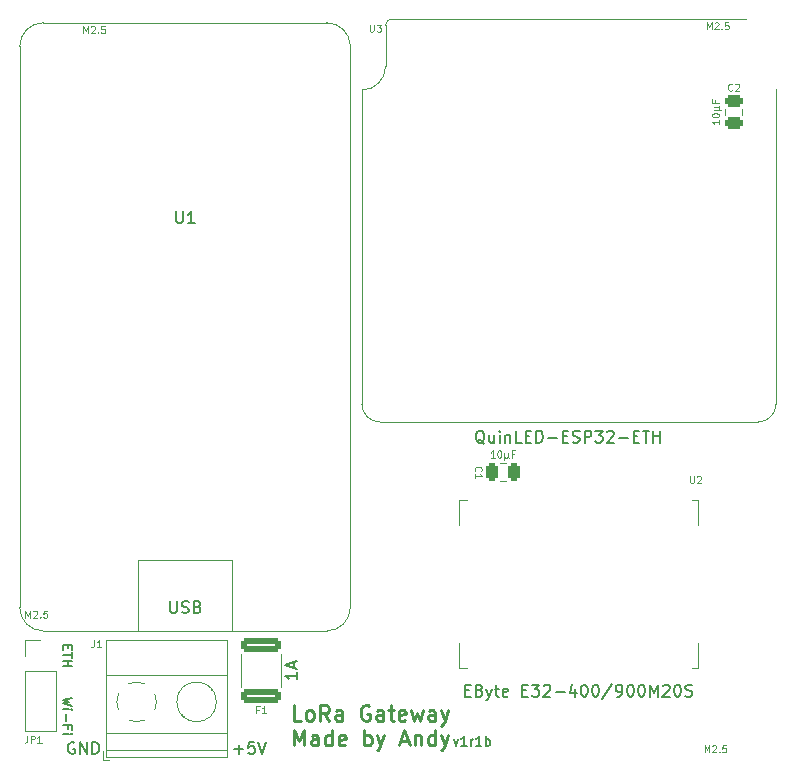
<source format=gto>
G04 #@! TF.GenerationSoftware,KiCad,Pcbnew,(6.0.2)*
G04 #@! TF.CreationDate,2022-09-28T01:38:39+02:00*
G04 #@! TF.ProjectId,LoRa-Gateway-E32,4c6f5261-2d47-4617-9465-7761792d4533,v1r1b*
G04 #@! TF.SameCoordinates,Original*
G04 #@! TF.FileFunction,Legend,Top*
G04 #@! TF.FilePolarity,Positive*
%FSLAX46Y46*%
G04 Gerber Fmt 4.6, Leading zero omitted, Abs format (unit mm)*
G04 Created by KiCad (PCBNEW (6.0.2)) date 2022-09-28 01:38:39*
%MOMM*%
%LPD*%
G01*
G04 APERTURE LIST*
G04 Aperture macros list*
%AMRoundRect*
0 Rectangle with rounded corners*
0 $1 Rounding radius*
0 $2 $3 $4 $5 $6 $7 $8 $9 X,Y pos of 4 corners*
0 Add a 4 corners polygon primitive as box body*
4,1,4,$2,$3,$4,$5,$6,$7,$8,$9,$2,$3,0*
0 Add four circle primitives for the rounded corners*
1,1,$1+$1,$2,$3*
1,1,$1+$1,$4,$5*
1,1,$1+$1,$6,$7*
1,1,$1+$1,$8,$9*
0 Add four rect primitives between the rounded corners*
20,1,$1+$1,$2,$3,$4,$5,0*
20,1,$1+$1,$4,$5,$6,$7,0*
20,1,$1+$1,$6,$7,$8,$9,0*
20,1,$1+$1,$8,$9,$2,$3,0*%
G04 Aperture macros list end*
%ADD10C,0.250000*%
%ADD11C,0.150000*%
%ADD12C,0.120000*%
%ADD13C,0.130000*%
%ADD14C,0.200000*%
%ADD15R,1.700000X1.700000*%
%ADD16O,1.700000X1.700000*%
%ADD17RoundRect,0.250000X-0.250000X-0.475000X0.250000X-0.475000X0.250000X0.475000X-0.250000X0.475000X0*%
%ADD18C,1.700000*%
%ADD19RoundRect,0.250000X0.475000X-0.250000X0.475000X0.250000X-0.475000X0.250000X-0.475000X-0.250000X0*%
%ADD20C,0.800000*%
%ADD21C,5.000000*%
%ADD22R,1.000000X1.800000*%
%ADD23R,1.800000X1.000000*%
%ADD24RoundRect,0.250000X-1.450000X0.312500X-1.450000X-0.312500X1.450000X-0.312500X1.450000X0.312500X0*%
%ADD25R,2.600000X2.600000*%
%ADD26C,2.600000*%
%ADD27R,1.524000X1.524000*%
%ADD28C,1.524000*%
G04 APERTURE END LIST*
D10*
X121250000Y-95791595D02*
X120630952Y-95791595D01*
X120630952Y-94491595D01*
X121869047Y-95791595D02*
X121745238Y-95729690D01*
X121683333Y-95667785D01*
X121621428Y-95543976D01*
X121621428Y-95172547D01*
X121683333Y-95048738D01*
X121745238Y-94986833D01*
X121869047Y-94924928D01*
X122054761Y-94924928D01*
X122178571Y-94986833D01*
X122240476Y-95048738D01*
X122302380Y-95172547D01*
X122302380Y-95543976D01*
X122240476Y-95667785D01*
X122178571Y-95729690D01*
X122054761Y-95791595D01*
X121869047Y-95791595D01*
X123602380Y-95791595D02*
X123169047Y-95172547D01*
X122859523Y-95791595D02*
X122859523Y-94491595D01*
X123354761Y-94491595D01*
X123478571Y-94553500D01*
X123540476Y-94615404D01*
X123602380Y-94739214D01*
X123602380Y-94924928D01*
X123540476Y-95048738D01*
X123478571Y-95110642D01*
X123354761Y-95172547D01*
X122859523Y-95172547D01*
X124716666Y-95791595D02*
X124716666Y-95110642D01*
X124654761Y-94986833D01*
X124530952Y-94924928D01*
X124283333Y-94924928D01*
X124159523Y-94986833D01*
X124716666Y-95729690D02*
X124592857Y-95791595D01*
X124283333Y-95791595D01*
X124159523Y-95729690D01*
X124097619Y-95605880D01*
X124097619Y-95482071D01*
X124159523Y-95358261D01*
X124283333Y-95296357D01*
X124592857Y-95296357D01*
X124716666Y-95234452D01*
X127007142Y-94553500D02*
X126883333Y-94491595D01*
X126697619Y-94491595D01*
X126511904Y-94553500D01*
X126388095Y-94677309D01*
X126326190Y-94801119D01*
X126264285Y-95048738D01*
X126264285Y-95234452D01*
X126326190Y-95482071D01*
X126388095Y-95605880D01*
X126511904Y-95729690D01*
X126697619Y-95791595D01*
X126821428Y-95791595D01*
X127007142Y-95729690D01*
X127069047Y-95667785D01*
X127069047Y-95234452D01*
X126821428Y-95234452D01*
X128183333Y-95791595D02*
X128183333Y-95110642D01*
X128121428Y-94986833D01*
X127997619Y-94924928D01*
X127750000Y-94924928D01*
X127626190Y-94986833D01*
X128183333Y-95729690D02*
X128059523Y-95791595D01*
X127750000Y-95791595D01*
X127626190Y-95729690D01*
X127564285Y-95605880D01*
X127564285Y-95482071D01*
X127626190Y-95358261D01*
X127750000Y-95296357D01*
X128059523Y-95296357D01*
X128183333Y-95234452D01*
X128616666Y-94924928D02*
X129111904Y-94924928D01*
X128802380Y-94491595D02*
X128802380Y-95605880D01*
X128864285Y-95729690D01*
X128988095Y-95791595D01*
X129111904Y-95791595D01*
X130040476Y-95729690D02*
X129916666Y-95791595D01*
X129669047Y-95791595D01*
X129545238Y-95729690D01*
X129483333Y-95605880D01*
X129483333Y-95110642D01*
X129545238Y-94986833D01*
X129669047Y-94924928D01*
X129916666Y-94924928D01*
X130040476Y-94986833D01*
X130102380Y-95110642D01*
X130102380Y-95234452D01*
X129483333Y-95358261D01*
X130535714Y-94924928D02*
X130783333Y-95791595D01*
X131030952Y-95172547D01*
X131278571Y-95791595D01*
X131526190Y-94924928D01*
X132578571Y-95791595D02*
X132578571Y-95110642D01*
X132516666Y-94986833D01*
X132392857Y-94924928D01*
X132145238Y-94924928D01*
X132021428Y-94986833D01*
X132578571Y-95729690D02*
X132454761Y-95791595D01*
X132145238Y-95791595D01*
X132021428Y-95729690D01*
X131959523Y-95605880D01*
X131959523Y-95482071D01*
X132021428Y-95358261D01*
X132145238Y-95296357D01*
X132454761Y-95296357D01*
X132578571Y-95234452D01*
X133073809Y-94924928D02*
X133383333Y-95791595D01*
X133692857Y-94924928D02*
X133383333Y-95791595D01*
X133259523Y-96101119D01*
X133197619Y-96163023D01*
X133073809Y-96224928D01*
X120630952Y-97884595D02*
X120630952Y-96584595D01*
X121064285Y-97513166D01*
X121497619Y-96584595D01*
X121497619Y-97884595D01*
X122673809Y-97884595D02*
X122673809Y-97203642D01*
X122611904Y-97079833D01*
X122488095Y-97017928D01*
X122240476Y-97017928D01*
X122116666Y-97079833D01*
X122673809Y-97822690D02*
X122550000Y-97884595D01*
X122240476Y-97884595D01*
X122116666Y-97822690D01*
X122054761Y-97698880D01*
X122054761Y-97575071D01*
X122116666Y-97451261D01*
X122240476Y-97389357D01*
X122550000Y-97389357D01*
X122673809Y-97327452D01*
X123850000Y-97884595D02*
X123850000Y-96584595D01*
X123850000Y-97822690D02*
X123726190Y-97884595D01*
X123478571Y-97884595D01*
X123354761Y-97822690D01*
X123292857Y-97760785D01*
X123230952Y-97636976D01*
X123230952Y-97265547D01*
X123292857Y-97141738D01*
X123354761Y-97079833D01*
X123478571Y-97017928D01*
X123726190Y-97017928D01*
X123850000Y-97079833D01*
X124964285Y-97822690D02*
X124840476Y-97884595D01*
X124592857Y-97884595D01*
X124469047Y-97822690D01*
X124407142Y-97698880D01*
X124407142Y-97203642D01*
X124469047Y-97079833D01*
X124592857Y-97017928D01*
X124840476Y-97017928D01*
X124964285Y-97079833D01*
X125026190Y-97203642D01*
X125026190Y-97327452D01*
X124407142Y-97451261D01*
X126573809Y-97884595D02*
X126573809Y-96584595D01*
X126573809Y-97079833D02*
X126697619Y-97017928D01*
X126945238Y-97017928D01*
X127069047Y-97079833D01*
X127130952Y-97141738D01*
X127192857Y-97265547D01*
X127192857Y-97636976D01*
X127130952Y-97760785D01*
X127069047Y-97822690D01*
X126945238Y-97884595D01*
X126697619Y-97884595D01*
X126573809Y-97822690D01*
X127626190Y-97017928D02*
X127935714Y-97884595D01*
X128245238Y-97017928D02*
X127935714Y-97884595D01*
X127811904Y-98194119D01*
X127750000Y-98256023D01*
X127626190Y-98317928D01*
X129669047Y-97513166D02*
X130288095Y-97513166D01*
X129545238Y-97884595D02*
X129978571Y-96584595D01*
X130411904Y-97884595D01*
X130845238Y-97017928D02*
X130845238Y-97884595D01*
X130845238Y-97141738D02*
X130907142Y-97079833D01*
X131030952Y-97017928D01*
X131216666Y-97017928D01*
X131340476Y-97079833D01*
X131402380Y-97203642D01*
X131402380Y-97884595D01*
X132578571Y-97884595D02*
X132578571Y-96584595D01*
X132578571Y-97822690D02*
X132454761Y-97884595D01*
X132207142Y-97884595D01*
X132083333Y-97822690D01*
X132021428Y-97760785D01*
X131959523Y-97636976D01*
X131959523Y-97265547D01*
X132021428Y-97141738D01*
X132083333Y-97079833D01*
X132207142Y-97017928D01*
X132454761Y-97017928D01*
X132578571Y-97079833D01*
X133073809Y-97017928D02*
X133383333Y-97884595D01*
X133692857Y-97017928D02*
X133383333Y-97884595D01*
X133259523Y-98194119D01*
X133197619Y-98256023D01*
X133073809Y-98317928D01*
D11*
X134138095Y-97378571D02*
X134328571Y-97911904D01*
X134519047Y-97378571D01*
X135242857Y-97911904D02*
X134785714Y-97911904D01*
X135014285Y-97911904D02*
X135014285Y-97111904D01*
X134938095Y-97226190D01*
X134861904Y-97302380D01*
X134785714Y-97340476D01*
X135585714Y-97911904D02*
X135585714Y-97378571D01*
X135585714Y-97530952D02*
X135623809Y-97454761D01*
X135661904Y-97416666D01*
X135738095Y-97378571D01*
X135814285Y-97378571D01*
X136500000Y-97911904D02*
X136042857Y-97911904D01*
X136271428Y-97911904D02*
X136271428Y-97111904D01*
X136195238Y-97226190D01*
X136119047Y-97302380D01*
X136042857Y-97340476D01*
X136842857Y-97911904D02*
X136842857Y-97111904D01*
X136842857Y-97416666D02*
X136919047Y-97378571D01*
X137071428Y-97378571D01*
X137147619Y-97416666D01*
X137185714Y-97454761D01*
X137223809Y-97530952D01*
X137223809Y-97759523D01*
X137185714Y-97835714D01*
X137147619Y-97873809D01*
X137071428Y-97911904D01*
X136919047Y-97911904D01*
X136842857Y-97873809D01*
D12*
X98050000Y-97071428D02*
X98050000Y-97500000D01*
X98021428Y-97585714D01*
X97964285Y-97642857D01*
X97878571Y-97671428D01*
X97821428Y-97671428D01*
X98335714Y-97671428D02*
X98335714Y-97071428D01*
X98564285Y-97071428D01*
X98621428Y-97100000D01*
X98650000Y-97128571D01*
X98678571Y-97185714D01*
X98678571Y-97271428D01*
X98650000Y-97328571D01*
X98621428Y-97357142D01*
X98564285Y-97385714D01*
X98335714Y-97385714D01*
X99250000Y-97671428D02*
X98907142Y-97671428D01*
X99078571Y-97671428D02*
X99078571Y-97071428D01*
X99021428Y-97157142D01*
X98964285Y-97214285D01*
X98907142Y-97242857D01*
D13*
X101457142Y-89404761D02*
X101457142Y-89671428D01*
X101038095Y-89785714D02*
X101038095Y-89404761D01*
X101838095Y-89404761D01*
X101838095Y-89785714D01*
X101838095Y-90014285D02*
X101838095Y-90471428D01*
X101038095Y-90242857D02*
X101838095Y-90242857D01*
X101038095Y-90738095D02*
X101838095Y-90738095D01*
X101457142Y-90738095D02*
X101457142Y-91195238D01*
X101038095Y-91195238D02*
X101838095Y-91195238D01*
X101838095Y-93838095D02*
X101038095Y-94028571D01*
X101609523Y-94180952D01*
X101038095Y-94333333D01*
X101838095Y-94523809D01*
X101038095Y-94828571D02*
X101571428Y-94828571D01*
X101838095Y-94828571D02*
X101800000Y-94790476D01*
X101761904Y-94828571D01*
X101800000Y-94866666D01*
X101838095Y-94828571D01*
X101761904Y-94828571D01*
X101342857Y-95209523D02*
X101342857Y-95819047D01*
X101457142Y-96466666D02*
X101457142Y-96200000D01*
X101038095Y-96200000D02*
X101838095Y-96200000D01*
X101838095Y-96580952D01*
X101038095Y-96885714D02*
X101571428Y-96885714D01*
X101838095Y-96885714D02*
X101800000Y-96847619D01*
X101761904Y-96885714D01*
X101800000Y-96923809D01*
X101838095Y-96885714D01*
X101761904Y-96885714D01*
D12*
X135985714Y-74650000D02*
X135957142Y-74621428D01*
X135928571Y-74535714D01*
X135928571Y-74478571D01*
X135957142Y-74392857D01*
X136014285Y-74335714D01*
X136071428Y-74307142D01*
X136185714Y-74278571D01*
X136271428Y-74278571D01*
X136385714Y-74307142D01*
X136442857Y-74335714D01*
X136500000Y-74392857D01*
X136528571Y-74478571D01*
X136528571Y-74535714D01*
X136500000Y-74621428D01*
X136471428Y-74650000D01*
X135928571Y-75221428D02*
X135928571Y-74878571D01*
X135928571Y-75050000D02*
X136528571Y-75050000D01*
X136442857Y-74992857D01*
X136385714Y-74935714D01*
X136357142Y-74878571D01*
X137614285Y-73521428D02*
X137271428Y-73521428D01*
X137442857Y-73521428D02*
X137442857Y-72921428D01*
X137385714Y-73007142D01*
X137328571Y-73064285D01*
X137271428Y-73092857D01*
X137985714Y-72921428D02*
X138042857Y-72921428D01*
X138100000Y-72950000D01*
X138128571Y-72978571D01*
X138157142Y-73035714D01*
X138185714Y-73150000D01*
X138185714Y-73292857D01*
X138157142Y-73407142D01*
X138128571Y-73464285D01*
X138100000Y-73492857D01*
X138042857Y-73521428D01*
X137985714Y-73521428D01*
X137928571Y-73492857D01*
X137900000Y-73464285D01*
X137871428Y-73407142D01*
X137842857Y-73292857D01*
X137842857Y-73150000D01*
X137871428Y-73035714D01*
X137900000Y-72978571D01*
X137928571Y-72950000D01*
X137985714Y-72921428D01*
X138442857Y-73121428D02*
X138442857Y-73721428D01*
X138728571Y-73435714D02*
X138757142Y-73492857D01*
X138814285Y-73521428D01*
X138442857Y-73435714D02*
X138471428Y-73492857D01*
X138528571Y-73521428D01*
X138642857Y-73521428D01*
X138700000Y-73492857D01*
X138728571Y-73435714D01*
X138728571Y-73121428D01*
X139271428Y-73207142D02*
X139071428Y-73207142D01*
X139071428Y-73521428D02*
X139071428Y-72921428D01*
X139357142Y-72921428D01*
X127042857Y-36871428D02*
X127042857Y-37357142D01*
X127071428Y-37414285D01*
X127100000Y-37442857D01*
X127157142Y-37471428D01*
X127271428Y-37471428D01*
X127328571Y-37442857D01*
X127357142Y-37414285D01*
X127385714Y-37357142D01*
X127385714Y-36871428D01*
X127614285Y-36871428D02*
X127985714Y-36871428D01*
X127785714Y-37100000D01*
X127871428Y-37100000D01*
X127928571Y-37128571D01*
X127957142Y-37157142D01*
X127985714Y-37214285D01*
X127985714Y-37357142D01*
X127957142Y-37414285D01*
X127928571Y-37442857D01*
X127871428Y-37471428D01*
X127700000Y-37471428D01*
X127642857Y-37442857D01*
X127614285Y-37414285D01*
D14*
X136754761Y-72347619D02*
X136659523Y-72300000D01*
X136564285Y-72204761D01*
X136421428Y-72061904D01*
X136326190Y-72014285D01*
X136230952Y-72014285D01*
X136278571Y-72252380D02*
X136183333Y-72204761D01*
X136088095Y-72109523D01*
X136040476Y-71919047D01*
X136040476Y-71585714D01*
X136088095Y-71395238D01*
X136183333Y-71300000D01*
X136278571Y-71252380D01*
X136469047Y-71252380D01*
X136564285Y-71300000D01*
X136659523Y-71395238D01*
X136707142Y-71585714D01*
X136707142Y-71919047D01*
X136659523Y-72109523D01*
X136564285Y-72204761D01*
X136469047Y-72252380D01*
X136278571Y-72252380D01*
X137564285Y-71585714D02*
X137564285Y-72252380D01*
X137135714Y-71585714D02*
X137135714Y-72109523D01*
X137183333Y-72204761D01*
X137278571Y-72252380D01*
X137421428Y-72252380D01*
X137516666Y-72204761D01*
X137564285Y-72157142D01*
X138040476Y-72252380D02*
X138040476Y-71585714D01*
X138040476Y-71252380D02*
X137992857Y-71300000D01*
X138040476Y-71347619D01*
X138088095Y-71300000D01*
X138040476Y-71252380D01*
X138040476Y-71347619D01*
X138516666Y-71585714D02*
X138516666Y-72252380D01*
X138516666Y-71680952D02*
X138564285Y-71633333D01*
X138659523Y-71585714D01*
X138802380Y-71585714D01*
X138897619Y-71633333D01*
X138945238Y-71728571D01*
X138945238Y-72252380D01*
X139897619Y-72252380D02*
X139421428Y-72252380D01*
X139421428Y-71252380D01*
X140230952Y-71728571D02*
X140564285Y-71728571D01*
X140707142Y-72252380D02*
X140230952Y-72252380D01*
X140230952Y-71252380D01*
X140707142Y-71252380D01*
X141135714Y-72252380D02*
X141135714Y-71252380D01*
X141373809Y-71252380D01*
X141516666Y-71300000D01*
X141611904Y-71395238D01*
X141659523Y-71490476D01*
X141707142Y-71680952D01*
X141707142Y-71823809D01*
X141659523Y-72014285D01*
X141611904Y-72109523D01*
X141516666Y-72204761D01*
X141373809Y-72252380D01*
X141135714Y-72252380D01*
X142135714Y-71871428D02*
X142897619Y-71871428D01*
X143373809Y-71728571D02*
X143707142Y-71728571D01*
X143850000Y-72252380D02*
X143373809Y-72252380D01*
X143373809Y-71252380D01*
X143850000Y-71252380D01*
X144230952Y-72204761D02*
X144373809Y-72252380D01*
X144611904Y-72252380D01*
X144707142Y-72204761D01*
X144754761Y-72157142D01*
X144802380Y-72061904D01*
X144802380Y-71966666D01*
X144754761Y-71871428D01*
X144707142Y-71823809D01*
X144611904Y-71776190D01*
X144421428Y-71728571D01*
X144326190Y-71680952D01*
X144278571Y-71633333D01*
X144230952Y-71538095D01*
X144230952Y-71442857D01*
X144278571Y-71347619D01*
X144326190Y-71300000D01*
X144421428Y-71252380D01*
X144659523Y-71252380D01*
X144802380Y-71300000D01*
X145230952Y-72252380D02*
X145230952Y-71252380D01*
X145611904Y-71252380D01*
X145707142Y-71300000D01*
X145754761Y-71347619D01*
X145802380Y-71442857D01*
X145802380Y-71585714D01*
X145754761Y-71680952D01*
X145707142Y-71728571D01*
X145611904Y-71776190D01*
X145230952Y-71776190D01*
X146135714Y-71252380D02*
X146754761Y-71252380D01*
X146421428Y-71633333D01*
X146564285Y-71633333D01*
X146659523Y-71680952D01*
X146707142Y-71728571D01*
X146754761Y-71823809D01*
X146754761Y-72061904D01*
X146707142Y-72157142D01*
X146659523Y-72204761D01*
X146564285Y-72252380D01*
X146278571Y-72252380D01*
X146183333Y-72204761D01*
X146135714Y-72157142D01*
X147135714Y-71347619D02*
X147183333Y-71300000D01*
X147278571Y-71252380D01*
X147516666Y-71252380D01*
X147611904Y-71300000D01*
X147659523Y-71347619D01*
X147707142Y-71442857D01*
X147707142Y-71538095D01*
X147659523Y-71680952D01*
X147088095Y-72252380D01*
X147707142Y-72252380D01*
X148135714Y-71871428D02*
X148897619Y-71871428D01*
X149373809Y-71728571D02*
X149707142Y-71728571D01*
X149850000Y-72252380D02*
X149373809Y-72252380D01*
X149373809Y-71252380D01*
X149850000Y-71252380D01*
X150135714Y-71252380D02*
X150707142Y-71252380D01*
X150421428Y-72252380D02*
X150421428Y-71252380D01*
X151040476Y-72252380D02*
X151040476Y-71252380D01*
X151040476Y-71728571D02*
X151611904Y-71728571D01*
X151611904Y-72252380D02*
X151611904Y-71252380D01*
D12*
X157750000Y-42414285D02*
X157721428Y-42442857D01*
X157635714Y-42471428D01*
X157578571Y-42471428D01*
X157492857Y-42442857D01*
X157435714Y-42385714D01*
X157407142Y-42328571D01*
X157378571Y-42214285D01*
X157378571Y-42128571D01*
X157407142Y-42014285D01*
X157435714Y-41957142D01*
X157492857Y-41900000D01*
X157578571Y-41871428D01*
X157635714Y-41871428D01*
X157721428Y-41900000D01*
X157750000Y-41928571D01*
X157978571Y-41928571D02*
X158007142Y-41900000D01*
X158064285Y-41871428D01*
X158207142Y-41871428D01*
X158264285Y-41900000D01*
X158292857Y-41928571D01*
X158321428Y-41985714D01*
X158321428Y-42042857D01*
X158292857Y-42128571D01*
X157950000Y-42471428D01*
X158321428Y-42471428D01*
X156621428Y-44935714D02*
X156621428Y-45278571D01*
X156621428Y-45107142D02*
X156021428Y-45107142D01*
X156107142Y-45164285D01*
X156164285Y-45221428D01*
X156192857Y-45278571D01*
X156021428Y-44564285D02*
X156021428Y-44507142D01*
X156050000Y-44450000D01*
X156078571Y-44421428D01*
X156135714Y-44392857D01*
X156250000Y-44364285D01*
X156392857Y-44364285D01*
X156507142Y-44392857D01*
X156564285Y-44421428D01*
X156592857Y-44450000D01*
X156621428Y-44507142D01*
X156621428Y-44564285D01*
X156592857Y-44621428D01*
X156564285Y-44650000D01*
X156507142Y-44678571D01*
X156392857Y-44707142D01*
X156250000Y-44707142D01*
X156135714Y-44678571D01*
X156078571Y-44650000D01*
X156050000Y-44621428D01*
X156021428Y-44564285D01*
X156221428Y-44107142D02*
X156821428Y-44107142D01*
X156535714Y-43821428D02*
X156592857Y-43792857D01*
X156621428Y-43735714D01*
X156535714Y-44107142D02*
X156592857Y-44078571D01*
X156621428Y-44021428D01*
X156621428Y-43907142D01*
X156592857Y-43850000D01*
X156535714Y-43821428D01*
X156221428Y-43821428D01*
X156307142Y-43278571D02*
X156307142Y-43478571D01*
X156621428Y-43478571D02*
X156021428Y-43478571D01*
X156021428Y-43192857D01*
X155585714Y-37271428D02*
X155585714Y-36671428D01*
X155785714Y-37100000D01*
X155985714Y-36671428D01*
X155985714Y-37271428D01*
X156242857Y-36728571D02*
X156271428Y-36700000D01*
X156328571Y-36671428D01*
X156471428Y-36671428D01*
X156528571Y-36700000D01*
X156557142Y-36728571D01*
X156585714Y-36785714D01*
X156585714Y-36842857D01*
X156557142Y-36928571D01*
X156214285Y-37271428D01*
X156585714Y-37271428D01*
X156842857Y-37214285D02*
X156871428Y-37242857D01*
X156842857Y-37271428D01*
X156814285Y-37242857D01*
X156842857Y-37214285D01*
X156842857Y-37271428D01*
X157414285Y-36671428D02*
X157128571Y-36671428D01*
X157100000Y-36957142D01*
X157128571Y-36928571D01*
X157185714Y-36900000D01*
X157328571Y-36900000D01*
X157385714Y-36928571D01*
X157414285Y-36957142D01*
X157442857Y-37014285D01*
X157442857Y-37157142D01*
X157414285Y-37214285D01*
X157385714Y-37242857D01*
X157328571Y-37271428D01*
X157185714Y-37271428D01*
X157128571Y-37242857D01*
X157100000Y-37214285D01*
X97885714Y-87071428D02*
X97885714Y-86471428D01*
X98085714Y-86900000D01*
X98285714Y-86471428D01*
X98285714Y-87071428D01*
X98542857Y-86528571D02*
X98571428Y-86500000D01*
X98628571Y-86471428D01*
X98771428Y-86471428D01*
X98828571Y-86500000D01*
X98857142Y-86528571D01*
X98885714Y-86585714D01*
X98885714Y-86642857D01*
X98857142Y-86728571D01*
X98514285Y-87071428D01*
X98885714Y-87071428D01*
X99142857Y-87014285D02*
X99171428Y-87042857D01*
X99142857Y-87071428D01*
X99114285Y-87042857D01*
X99142857Y-87014285D01*
X99142857Y-87071428D01*
X99714285Y-86471428D02*
X99428571Y-86471428D01*
X99400000Y-86757142D01*
X99428571Y-86728571D01*
X99485714Y-86700000D01*
X99628571Y-86700000D01*
X99685714Y-86728571D01*
X99714285Y-86757142D01*
X99742857Y-86814285D01*
X99742857Y-86957142D01*
X99714285Y-87014285D01*
X99685714Y-87042857D01*
X99628571Y-87071428D01*
X99485714Y-87071428D01*
X99428571Y-87042857D01*
X99400000Y-87014285D01*
X155385714Y-98471428D02*
X155385714Y-97871428D01*
X155585714Y-98300000D01*
X155785714Y-97871428D01*
X155785714Y-98471428D01*
X156042857Y-97928571D02*
X156071428Y-97900000D01*
X156128571Y-97871428D01*
X156271428Y-97871428D01*
X156328571Y-97900000D01*
X156357142Y-97928571D01*
X156385714Y-97985714D01*
X156385714Y-98042857D01*
X156357142Y-98128571D01*
X156014285Y-98471428D01*
X156385714Y-98471428D01*
X156642857Y-98414285D02*
X156671428Y-98442857D01*
X156642857Y-98471428D01*
X156614285Y-98442857D01*
X156642857Y-98414285D01*
X156642857Y-98471428D01*
X157214285Y-97871428D02*
X156928571Y-97871428D01*
X156900000Y-98157142D01*
X156928571Y-98128571D01*
X156985714Y-98100000D01*
X157128571Y-98100000D01*
X157185714Y-98128571D01*
X157214285Y-98157142D01*
X157242857Y-98214285D01*
X157242857Y-98357142D01*
X157214285Y-98414285D01*
X157185714Y-98442857D01*
X157128571Y-98471428D01*
X156985714Y-98471428D01*
X156928571Y-98442857D01*
X156900000Y-98414285D01*
X154142857Y-75071428D02*
X154142857Y-75557142D01*
X154171428Y-75614285D01*
X154200000Y-75642857D01*
X154257142Y-75671428D01*
X154371428Y-75671428D01*
X154428571Y-75642857D01*
X154457142Y-75614285D01*
X154485714Y-75557142D01*
X154485714Y-75071428D01*
X154742857Y-75128571D02*
X154771428Y-75100000D01*
X154828571Y-75071428D01*
X154971428Y-75071428D01*
X155028571Y-75100000D01*
X155057142Y-75128571D01*
X155085714Y-75185714D01*
X155085714Y-75242857D01*
X155057142Y-75328571D01*
X154714285Y-75671428D01*
X155085714Y-75671428D01*
D14*
X135104761Y-93228571D02*
X135438095Y-93228571D01*
X135580952Y-93752380D02*
X135104761Y-93752380D01*
X135104761Y-92752380D01*
X135580952Y-92752380D01*
X136342857Y-93228571D02*
X136485714Y-93276190D01*
X136533333Y-93323809D01*
X136580952Y-93419047D01*
X136580952Y-93561904D01*
X136533333Y-93657142D01*
X136485714Y-93704761D01*
X136390476Y-93752380D01*
X136009523Y-93752380D01*
X136009523Y-92752380D01*
X136342857Y-92752380D01*
X136438095Y-92800000D01*
X136485714Y-92847619D01*
X136533333Y-92942857D01*
X136533333Y-93038095D01*
X136485714Y-93133333D01*
X136438095Y-93180952D01*
X136342857Y-93228571D01*
X136009523Y-93228571D01*
X136914285Y-93085714D02*
X137152380Y-93752380D01*
X137390476Y-93085714D02*
X137152380Y-93752380D01*
X137057142Y-93990476D01*
X137009523Y-94038095D01*
X136914285Y-94085714D01*
X137628571Y-93085714D02*
X138009523Y-93085714D01*
X137771428Y-92752380D02*
X137771428Y-93609523D01*
X137819047Y-93704761D01*
X137914285Y-93752380D01*
X138009523Y-93752380D01*
X138723809Y-93704761D02*
X138628571Y-93752380D01*
X138438095Y-93752380D01*
X138342857Y-93704761D01*
X138295238Y-93609523D01*
X138295238Y-93228571D01*
X138342857Y-93133333D01*
X138438095Y-93085714D01*
X138628571Y-93085714D01*
X138723809Y-93133333D01*
X138771428Y-93228571D01*
X138771428Y-93323809D01*
X138295238Y-93419047D01*
X139961904Y-93228571D02*
X140295238Y-93228571D01*
X140438095Y-93752380D02*
X139961904Y-93752380D01*
X139961904Y-92752380D01*
X140438095Y-92752380D01*
X140771428Y-92752380D02*
X141390476Y-92752380D01*
X141057142Y-93133333D01*
X141200000Y-93133333D01*
X141295238Y-93180952D01*
X141342857Y-93228571D01*
X141390476Y-93323809D01*
X141390476Y-93561904D01*
X141342857Y-93657142D01*
X141295238Y-93704761D01*
X141200000Y-93752380D01*
X140914285Y-93752380D01*
X140819047Y-93704761D01*
X140771428Y-93657142D01*
X141771428Y-92847619D02*
X141819047Y-92800000D01*
X141914285Y-92752380D01*
X142152380Y-92752380D01*
X142247619Y-92800000D01*
X142295238Y-92847619D01*
X142342857Y-92942857D01*
X142342857Y-93038095D01*
X142295238Y-93180952D01*
X141723809Y-93752380D01*
X142342857Y-93752380D01*
X142771428Y-93371428D02*
X143533333Y-93371428D01*
X144438095Y-93085714D02*
X144438095Y-93752380D01*
X144200000Y-92704761D02*
X143961904Y-93419047D01*
X144580952Y-93419047D01*
X145152380Y-92752380D02*
X145247619Y-92752380D01*
X145342857Y-92800000D01*
X145390476Y-92847619D01*
X145438095Y-92942857D01*
X145485714Y-93133333D01*
X145485714Y-93371428D01*
X145438095Y-93561904D01*
X145390476Y-93657142D01*
X145342857Y-93704761D01*
X145247619Y-93752380D01*
X145152380Y-93752380D01*
X145057142Y-93704761D01*
X145009523Y-93657142D01*
X144961904Y-93561904D01*
X144914285Y-93371428D01*
X144914285Y-93133333D01*
X144961904Y-92942857D01*
X145009523Y-92847619D01*
X145057142Y-92800000D01*
X145152380Y-92752380D01*
X146104761Y-92752380D02*
X146200000Y-92752380D01*
X146295238Y-92800000D01*
X146342857Y-92847619D01*
X146390476Y-92942857D01*
X146438095Y-93133333D01*
X146438095Y-93371428D01*
X146390476Y-93561904D01*
X146342857Y-93657142D01*
X146295238Y-93704761D01*
X146200000Y-93752380D01*
X146104761Y-93752380D01*
X146009523Y-93704761D01*
X145961904Y-93657142D01*
X145914285Y-93561904D01*
X145866666Y-93371428D01*
X145866666Y-93133333D01*
X145914285Y-92942857D01*
X145961904Y-92847619D01*
X146009523Y-92800000D01*
X146104761Y-92752380D01*
X147580952Y-92704761D02*
X146723809Y-93990476D01*
X147961904Y-93752380D02*
X148152380Y-93752380D01*
X148247619Y-93704761D01*
X148295238Y-93657142D01*
X148390476Y-93514285D01*
X148438095Y-93323809D01*
X148438095Y-92942857D01*
X148390476Y-92847619D01*
X148342857Y-92800000D01*
X148247619Y-92752380D01*
X148057142Y-92752380D01*
X147961904Y-92800000D01*
X147914285Y-92847619D01*
X147866666Y-92942857D01*
X147866666Y-93180952D01*
X147914285Y-93276190D01*
X147961904Y-93323809D01*
X148057142Y-93371428D01*
X148247619Y-93371428D01*
X148342857Y-93323809D01*
X148390476Y-93276190D01*
X148438095Y-93180952D01*
X149057142Y-92752380D02*
X149152380Y-92752380D01*
X149247619Y-92800000D01*
X149295238Y-92847619D01*
X149342857Y-92942857D01*
X149390476Y-93133333D01*
X149390476Y-93371428D01*
X149342857Y-93561904D01*
X149295238Y-93657142D01*
X149247619Y-93704761D01*
X149152380Y-93752380D01*
X149057142Y-93752380D01*
X148961904Y-93704761D01*
X148914285Y-93657142D01*
X148866666Y-93561904D01*
X148819047Y-93371428D01*
X148819047Y-93133333D01*
X148866666Y-92942857D01*
X148914285Y-92847619D01*
X148961904Y-92800000D01*
X149057142Y-92752380D01*
X150009523Y-92752380D02*
X150104761Y-92752380D01*
X150200000Y-92800000D01*
X150247619Y-92847619D01*
X150295238Y-92942857D01*
X150342857Y-93133333D01*
X150342857Y-93371428D01*
X150295238Y-93561904D01*
X150247619Y-93657142D01*
X150200000Y-93704761D01*
X150104761Y-93752380D01*
X150009523Y-93752380D01*
X149914285Y-93704761D01*
X149866666Y-93657142D01*
X149819047Y-93561904D01*
X149771428Y-93371428D01*
X149771428Y-93133333D01*
X149819047Y-92942857D01*
X149866666Y-92847619D01*
X149914285Y-92800000D01*
X150009523Y-92752380D01*
X150771428Y-93752380D02*
X150771428Y-92752380D01*
X151104761Y-93466666D01*
X151438095Y-92752380D01*
X151438095Y-93752380D01*
X151866666Y-92847619D02*
X151914285Y-92800000D01*
X152009523Y-92752380D01*
X152247619Y-92752380D01*
X152342857Y-92800000D01*
X152390476Y-92847619D01*
X152438095Y-92942857D01*
X152438095Y-93038095D01*
X152390476Y-93180952D01*
X151819047Y-93752380D01*
X152438095Y-93752380D01*
X153057142Y-92752380D02*
X153152380Y-92752380D01*
X153247619Y-92800000D01*
X153295238Y-92847619D01*
X153342857Y-92942857D01*
X153390476Y-93133333D01*
X153390476Y-93371428D01*
X153342857Y-93561904D01*
X153295238Y-93657142D01*
X153247619Y-93704761D01*
X153152380Y-93752380D01*
X153057142Y-93752380D01*
X152961904Y-93704761D01*
X152914285Y-93657142D01*
X152866666Y-93561904D01*
X152819047Y-93371428D01*
X152819047Y-93133333D01*
X152866666Y-92942857D01*
X152914285Y-92847619D01*
X152961904Y-92800000D01*
X153057142Y-92752380D01*
X153771428Y-93704761D02*
X153914285Y-93752380D01*
X154152380Y-93752380D01*
X154247619Y-93704761D01*
X154295238Y-93657142D01*
X154342857Y-93561904D01*
X154342857Y-93466666D01*
X154295238Y-93371428D01*
X154247619Y-93323809D01*
X154152380Y-93276190D01*
X153961904Y-93228571D01*
X153866666Y-93180952D01*
X153819047Y-93133333D01*
X153771428Y-93038095D01*
X153771428Y-92942857D01*
X153819047Y-92847619D01*
X153866666Y-92800000D01*
X153961904Y-92752380D01*
X154199999Y-92752380D01*
X154342857Y-92800000D01*
D12*
X117650000Y-94857142D02*
X117450000Y-94857142D01*
X117450000Y-95171428D02*
X117450000Y-94571428D01*
X117735714Y-94571428D01*
X118278571Y-95171428D02*
X117935714Y-95171428D01*
X118107142Y-95171428D02*
X118107142Y-94571428D01*
X118050000Y-94657142D01*
X117992857Y-94714285D01*
X117935714Y-94742857D01*
D11*
X120902380Y-91692857D02*
X120902380Y-92264285D01*
X120902380Y-91978571D02*
X119902380Y-91978571D01*
X120045238Y-92073809D01*
X120140476Y-92169047D01*
X120188095Y-92264285D01*
X120616666Y-91311904D02*
X120616666Y-90835714D01*
X120902380Y-91407142D02*
X119902380Y-91073809D01*
X120902380Y-90740476D01*
D12*
X102785714Y-37571428D02*
X102785714Y-36971428D01*
X102985714Y-37400000D01*
X103185714Y-36971428D01*
X103185714Y-37571428D01*
X103442857Y-37028571D02*
X103471428Y-37000000D01*
X103528571Y-36971428D01*
X103671428Y-36971428D01*
X103728571Y-37000000D01*
X103757142Y-37028571D01*
X103785714Y-37085714D01*
X103785714Y-37142857D01*
X103757142Y-37228571D01*
X103414285Y-37571428D01*
X103785714Y-37571428D01*
X104042857Y-37514285D02*
X104071428Y-37542857D01*
X104042857Y-37571428D01*
X104014285Y-37542857D01*
X104042857Y-37514285D01*
X104042857Y-37571428D01*
X104614285Y-36971428D02*
X104328571Y-36971428D01*
X104300000Y-37257142D01*
X104328571Y-37228571D01*
X104385714Y-37200000D01*
X104528571Y-37200000D01*
X104585714Y-37228571D01*
X104614285Y-37257142D01*
X104642857Y-37314285D01*
X104642857Y-37457142D01*
X104614285Y-37514285D01*
X104585714Y-37542857D01*
X104528571Y-37571428D01*
X104385714Y-37571428D01*
X104328571Y-37542857D01*
X104300000Y-37514285D01*
X103700000Y-88971428D02*
X103700000Y-89400000D01*
X103671428Y-89485714D01*
X103614285Y-89542857D01*
X103528571Y-89571428D01*
X103471428Y-89571428D01*
X104300000Y-89571428D02*
X103957142Y-89571428D01*
X104128571Y-89571428D02*
X104128571Y-88971428D01*
X104071428Y-89057142D01*
X104014285Y-89114285D01*
X103957142Y-89142857D01*
D11*
X102038095Y-97650000D02*
X101942857Y-97602380D01*
X101800000Y-97602380D01*
X101657142Y-97650000D01*
X101561904Y-97745238D01*
X101514285Y-97840476D01*
X101466666Y-98030952D01*
X101466666Y-98173809D01*
X101514285Y-98364285D01*
X101561904Y-98459523D01*
X101657142Y-98554761D01*
X101800000Y-98602380D01*
X101895238Y-98602380D01*
X102038095Y-98554761D01*
X102085714Y-98507142D01*
X102085714Y-98173809D01*
X101895238Y-98173809D01*
X102514285Y-98602380D02*
X102514285Y-97602380D01*
X103085714Y-98602380D01*
X103085714Y-97602380D01*
X103561904Y-98602380D02*
X103561904Y-97602380D01*
X103800000Y-97602380D01*
X103942857Y-97650000D01*
X104038095Y-97745238D01*
X104085714Y-97840476D01*
X104133333Y-98030952D01*
X104133333Y-98173809D01*
X104085714Y-98364285D01*
X104038095Y-98459523D01*
X103942857Y-98554761D01*
X103800000Y-98602380D01*
X103561904Y-98602380D01*
X115564285Y-98221428D02*
X116326190Y-98221428D01*
X115945238Y-98602380D02*
X115945238Y-97840476D01*
X117278571Y-97602380D02*
X116802380Y-97602380D01*
X116754761Y-98078571D01*
X116802380Y-98030952D01*
X116897619Y-97983333D01*
X117135714Y-97983333D01*
X117230952Y-98030952D01*
X117278571Y-98078571D01*
X117326190Y-98173809D01*
X117326190Y-98411904D01*
X117278571Y-98507142D01*
X117230952Y-98554761D01*
X117135714Y-98602380D01*
X116897619Y-98602380D01*
X116802380Y-98554761D01*
X116754761Y-98507142D01*
X117611904Y-97602380D02*
X117945238Y-98602380D01*
X118278571Y-97602380D01*
X110638095Y-52662380D02*
X110638095Y-53471904D01*
X110685714Y-53567142D01*
X110733333Y-53614761D01*
X110828571Y-53662380D01*
X111019047Y-53662380D01*
X111114285Y-53614761D01*
X111161904Y-53567142D01*
X111209523Y-53471904D01*
X111209523Y-52662380D01*
X112209523Y-53662380D02*
X111638095Y-53662380D01*
X111923809Y-53662380D02*
X111923809Y-52662380D01*
X111828571Y-52805238D01*
X111733333Y-52900476D01*
X111638095Y-52948095D01*
X110138095Y-85682380D02*
X110138095Y-86491904D01*
X110185714Y-86587142D01*
X110233333Y-86634761D01*
X110328571Y-86682380D01*
X110519047Y-86682380D01*
X110614285Y-86634761D01*
X110661904Y-86587142D01*
X110709523Y-86491904D01*
X110709523Y-85682380D01*
X111138095Y-86634761D02*
X111280952Y-86682380D01*
X111519047Y-86682380D01*
X111614285Y-86634761D01*
X111661904Y-86587142D01*
X111709523Y-86491904D01*
X111709523Y-86396666D01*
X111661904Y-86301428D01*
X111614285Y-86253809D01*
X111519047Y-86206190D01*
X111328571Y-86158571D01*
X111233333Y-86110952D01*
X111185714Y-86063333D01*
X111138095Y-85968095D01*
X111138095Y-85872857D01*
X111185714Y-85777619D01*
X111233333Y-85730000D01*
X111328571Y-85682380D01*
X111566666Y-85682380D01*
X111709523Y-85730000D01*
X112471428Y-86158571D02*
X112614285Y-86206190D01*
X112661904Y-86253809D01*
X112709523Y-86349047D01*
X112709523Y-86491904D01*
X112661904Y-86587142D01*
X112614285Y-86634761D01*
X112519047Y-86682380D01*
X112138095Y-86682380D01*
X112138095Y-85682380D01*
X112471428Y-85682380D01*
X112566666Y-85730000D01*
X112614285Y-85777619D01*
X112661904Y-85872857D01*
X112661904Y-85968095D01*
X112614285Y-86063333D01*
X112566666Y-86110952D01*
X112471428Y-86158571D01*
X112138095Y-86158571D01*
D12*
X100480000Y-91570000D02*
X100480000Y-96710000D01*
X97820000Y-88970000D02*
X99150000Y-88970000D01*
X97820000Y-91570000D02*
X100480000Y-91570000D01*
X97820000Y-96710000D02*
X100480000Y-96710000D01*
X97820000Y-91570000D02*
X97820000Y-96710000D01*
X97820000Y-90300000D02*
X97820000Y-88970000D01*
X138038748Y-75485000D02*
X138561252Y-75485000D01*
X138038748Y-74015000D02*
X138561252Y-74015000D01*
X159930000Y-70505000D02*
X127880000Y-70505000D01*
X128380000Y-40405000D02*
X128380000Y-36905000D01*
X126380000Y-69005000D02*
X126380000Y-42405000D01*
X158930000Y-36405000D02*
X128880000Y-36405000D01*
X161430000Y-69005000D02*
X161430000Y-42305000D01*
X126380000Y-42405000D02*
G75*
G03*
X128380000Y-40405000I1J1999999D01*
G01*
X126380000Y-69005000D02*
G75*
G03*
X127880000Y-70505000I1500001J1D01*
G01*
X128880000Y-36405000D02*
G75*
G03*
X128380000Y-36905000I1J-500001D01*
G01*
X159930000Y-70505000D02*
G75*
G03*
X161430000Y-69005000I-1J1500001D01*
G01*
X157115000Y-44511252D02*
X157115000Y-43988748D01*
X158585000Y-44511252D02*
X158585000Y-43988748D01*
X154800000Y-91297500D02*
X154300000Y-91297500D01*
X134600000Y-91297500D02*
X135300000Y-91297500D01*
X134600000Y-79197500D02*
X134600000Y-77097500D01*
X154800000Y-79197500D02*
X154800000Y-77097500D01*
X134600000Y-77097500D02*
X135300000Y-77097500D01*
X154800000Y-89197500D02*
X154800000Y-91297500D01*
X154800000Y-77097500D02*
X154300000Y-77097500D01*
X134600000Y-89197500D02*
X134600000Y-91297500D01*
X119560000Y-90151248D02*
X119560000Y-92923752D01*
X116140000Y-90151248D02*
X116140000Y-92923752D01*
X104700000Y-88944000D02*
X104700000Y-98865000D01*
X104460000Y-98365000D02*
X104460000Y-99105000D01*
X114980000Y-88944000D02*
X114980000Y-98865000D01*
X104700000Y-91904000D02*
X114980000Y-91904000D01*
X104700000Y-88944000D02*
X114980000Y-88944000D01*
X104460000Y-99105000D02*
X104960000Y-99105000D01*
X111346000Y-95444000D02*
X111311000Y-95479000D01*
X113655000Y-93136000D02*
X113608000Y-93182000D01*
X104700000Y-96805000D02*
X114980000Y-96805000D01*
X111153000Y-95228000D02*
X111106000Y-95274000D01*
X113450000Y-92930000D02*
X113415000Y-92966000D01*
X104700000Y-98865000D02*
X114980000Y-98865000D01*
X104700000Y-98305000D02*
X114980000Y-98305000D01*
X107984000Y-92670000D02*
G75*
G03*
X106616958Y-92669573I-684001J-1534993D01*
G01*
X105765000Y-93521000D02*
G75*
G03*
X105764573Y-94888042I1534993J-684001D01*
G01*
X108835000Y-94889000D02*
G75*
G03*
X108835427Y-93521958I-1534993J684001D01*
G01*
X107300000Y-95885000D02*
G75*
G03*
X107983318Y-95739756I1J1679992D01*
G01*
X106616000Y-95740000D02*
G75*
G03*
X107328805Y-95885253I683999J1535001D01*
G01*
X114060000Y-94205000D02*
G75*
G03*
X114060000Y-94205000I-1680000J0D01*
G01*
X107400000Y-82200000D02*
X115400000Y-82200000D01*
X115400000Y-82200000D02*
X115400000Y-88200000D01*
X97400000Y-38700000D02*
X97400000Y-86200000D01*
X107400000Y-82200000D02*
X107400000Y-88200000D01*
X99400000Y-36700000D02*
X123400000Y-36700000D01*
X99400000Y-88200000D02*
X123400000Y-88200000D01*
X125400000Y-86200000D02*
X125400000Y-38700000D01*
X99400000Y-36700000D02*
G75*
G03*
X97400000Y-38700000I-1J-1999999D01*
G01*
X125400000Y-38700000D02*
G75*
G03*
X123400000Y-36700000I-1999999J1D01*
G01*
X123400000Y-88200000D02*
G75*
G03*
X125400000Y-86200000I1J1999999D01*
G01*
X97400000Y-86200000D02*
G75*
G03*
X99400000Y-88200000I1999999J-1D01*
G01*
%LPC*%
D15*
X99150000Y-90300000D03*
D16*
X99150000Y-92840000D03*
X99150000Y-95380000D03*
D17*
X137350000Y-74750000D03*
X139250000Y-74750000D03*
D18*
X157880000Y-47375000D03*
X157880000Y-67695000D03*
X157880000Y-65155000D03*
X129940000Y-67695000D03*
X132480000Y-52455000D03*
X155340000Y-52455000D03*
X132480000Y-57535000D03*
X155340000Y-60075000D03*
X155340000Y-57535000D03*
X132480000Y-60075000D03*
X132480000Y-62615000D03*
X155340000Y-54995000D03*
X129940000Y-62615000D03*
X155340000Y-62615000D03*
X129940000Y-65155000D03*
X155340000Y-67695000D03*
X155340000Y-65155000D03*
X157880000Y-62615000D03*
X157880000Y-60075000D03*
X157880000Y-57535000D03*
X157880000Y-54995000D03*
X157880000Y-52455000D03*
X157880000Y-49915000D03*
X155340000Y-49915000D03*
X155340000Y-47375000D03*
X132480000Y-67695000D03*
X132480000Y-65155000D03*
X129940000Y-60075000D03*
X129940000Y-57535000D03*
X132480000Y-54995000D03*
X129940000Y-54995000D03*
X129940000Y-52455000D03*
X132480000Y-49915000D03*
X129940000Y-49915000D03*
X132480000Y-47375000D03*
X129940000Y-47375000D03*
D19*
X157850000Y-45200000D03*
X157850000Y-43300000D03*
D20*
X159400000Y-41175000D03*
X159400000Y-37425000D03*
X161275000Y-39300000D03*
D21*
X159400000Y-39300000D03*
D20*
X160725825Y-40625825D03*
X158074175Y-37974175D03*
X160725825Y-37974175D03*
X157525000Y-39300000D03*
X158074175Y-40625825D03*
X100500000Y-81825000D03*
X101825825Y-85025825D03*
X98625000Y-83700000D03*
X100500000Y-85575000D03*
X99174175Y-82374175D03*
D21*
X100500000Y-83700000D03*
D20*
X102375000Y-83700000D03*
X101825825Y-82374175D03*
X99174175Y-85025825D03*
X158074175Y-94674175D03*
X160725825Y-97325825D03*
X161275000Y-96000000D03*
D21*
X159400000Y-96000000D03*
D20*
X157525000Y-96000000D03*
X158074175Y-97325825D03*
X160725825Y-94674175D03*
X159400000Y-97875000D03*
X159400000Y-94125000D03*
D22*
X153700000Y-77397500D03*
X152430000Y-77397500D03*
X151160000Y-77397500D03*
X145590000Y-77397500D03*
X144320000Y-77397500D03*
X143050000Y-77397500D03*
X141780000Y-77397500D03*
X140510000Y-77397500D03*
X139240000Y-77397500D03*
X137970000Y-77397500D03*
X136700000Y-77397500D03*
D23*
X134900000Y-82297500D03*
X134900000Y-83557500D03*
X134900000Y-84827500D03*
X134900000Y-86107500D03*
D22*
X136700000Y-90997500D03*
X137970000Y-90997500D03*
X139240000Y-90997500D03*
X140510000Y-90997500D03*
X141780000Y-90997500D03*
X143050000Y-90997500D03*
X144320000Y-90997500D03*
X145590000Y-90997500D03*
X151160000Y-90997500D03*
X152430000Y-90997500D03*
X153700000Y-90997500D03*
D24*
X117850000Y-89400000D03*
X117850000Y-93675000D03*
D20*
X98625000Y-39300000D03*
X100500000Y-41175000D03*
X99174175Y-37974175D03*
D21*
X100500000Y-39300000D03*
D20*
X100500000Y-37425000D03*
X101825825Y-40625825D03*
X102375000Y-39300000D03*
X101825825Y-37974175D03*
X99174175Y-40625825D03*
D25*
X107300000Y-94205000D03*
D26*
X112380000Y-94205000D03*
D27*
X98700000Y-42740000D03*
D28*
X98700000Y-45280000D03*
X98700000Y-47820000D03*
X98700000Y-50360000D03*
X98700000Y-52900000D03*
X98700000Y-55440000D03*
X98700000Y-57980000D03*
X98700000Y-60520000D03*
X98700000Y-63060000D03*
X98700000Y-65600000D03*
X98700000Y-68140000D03*
X98700000Y-70680000D03*
X98700000Y-73220000D03*
X98700000Y-75760000D03*
X98700000Y-78300000D03*
X124100000Y-78300000D03*
X124100000Y-75760000D03*
X124100000Y-73220000D03*
X124100000Y-70680000D03*
X124100000Y-68140000D03*
X124100000Y-65600000D03*
X124100000Y-63060000D03*
X124100000Y-60520000D03*
X124100000Y-57980000D03*
X124100000Y-55440000D03*
X124100000Y-52900000D03*
X124100000Y-50360000D03*
X124100000Y-47820000D03*
X124100000Y-45280000D03*
X124100000Y-42740000D03*
M02*

</source>
